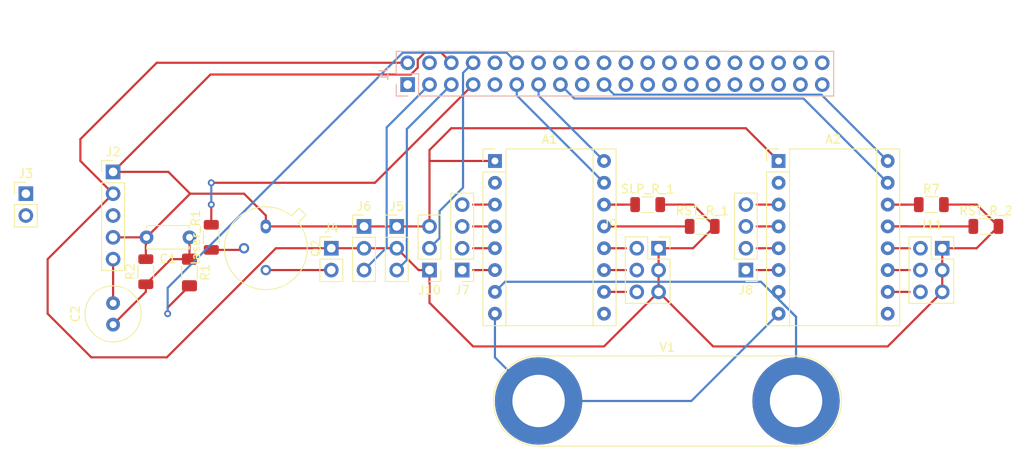
<source format=kicad_pcb>
(kicad_pcb (version 20211014) (generator pcbnew)
  (layers (0 "F.Cu" signal) (31 "B.Cu" signal) (34 "B.Paste" user) (35 "F.Paste" user) (36 "B.SilkS" user "B.Silkscreen") (37 "F.SilkS" user "F.Silkscreen") (38 "B.Mask" user) (39 "F.Mask" user) (44 "Edge.Cuts" user))
  (net 0 "")
  (net 1 "/GPIO17")
  (net 2 "/12V")
  (net 3 "/GPIO27")
  (net 4 "/12V_GND")
  (net 5 "Net-(A1-Pad14)")
  (net 6 "Net-(A1-Pad6)")
  (net 7 "Net-(A1-Pad13)")
  (net 8 "Net-(A1-Pad5)")
  (net 9 "Net-(A1-Pad12)")
  (net 10 "Net-(A1-Pad4)")
  (net 11 "Net-(A1-Pad11)")
  (net 12 "Net-(A1-Pad3)")
  (net 13 "Net-(A1-Pad10)")
  (net 14 "Net-(A1-Pad2)")
  (net 15 "Net-(A1-Pad9)")
  (net 16 "/5V_GND")
  (net 17 "/GPIO22")
  (net 18 "/GPIO10")
  (net 19 "Net-(A2-Pad14)")
  (net 20 "Net-(A2-Pad6)")
  (net 21 "Net-(A2-Pad13)")
  (net 22 "Net-(A2-Pad5)")
  (net 23 "Net-(A2-Pad12)")
  (net 24 "Net-(A2-Pad4)")
  (net 25 "Net-(A2-Pad11)")
  (net 26 "Net-(A2-Pad3)")
  (net 27 "Net-(A2-Pad10)")
  (net 28 "Net-(A2-Pad2)")
  (net 29 "Net-(A2-Pad9)")
  (net 30 "Net-(C1-Pad1)")
  (net 31 "Net-(C2-Pad2)")
  (net 32 "/GPIO21")
  (net 33 "Net-(J1-Pad39)")
  (net 34 "/GPIO20")
  (net 35 "/GPIO26")
  (net 36 "/GPIO16")
  (net 37 "/GPIO19")
  (net 38 "Net-(J1-Pad34)")
  (net 39 "/GPIO13")
  (net 40 "/GPIO12")
  (net 41 "/GPIO6")
  (net 42 "Net-(J1-Pad30)")
  (net 43 "/GPIO5")
  (net 44 "Net-(J1-Pad28)")
  (net 45 "Net-(J1-Pad27)")
  (net 46 "/GPIO7")
  (net 47 "Net-(J1-Pad25)")
  (net 48 "/GPIO8")
  (net 49 "/GPIO11")
  (net 50 "/GPIO25")
  (net 51 "/GPIO9")
  (net 52 "Net-(J1-Pad20)")
  (net 53 "/GPIO24")
  (net 54 "Net-(J1-Pad17)")
  (net 55 "/GPIO23")
  (net 56 "Net-(J1-Pad14)")
  (net 57 "/GPIO18")
  (net 58 "/GPIO15")
  (net 59 "Net-(J1-Pad9)")
  (net 60 "/GPIO14")
  (net 61 "/GPIO4")
  (net 62 "/GPIO3")
  (net 63 "Net-(J1-Pad4)")
  (net 64 "/GPIO2")
  (net 65 "/5V")
  (net 66 "Net-(J1-Pad1)")
  (net 67 "Net-(J2-Pad3)")
  (net 68 "Net-(J3-Pad2)")
  (net 69 "Net-(J3-Pad1)")
  (net 70 "Net-(J4-Pad2)")
  (net 71 "Net-(Q2-Pad2)")
  (footprint "Module:Pololu_Breakout-16_15.2x20.3mm" (layer "F.Cu") (at 148.59 88.9)
    (fp_text reference "A1" (at 6.35 -2.54) (layer "F.SilkS"))
    (fp_text value "stepper driver DRV8825 (1)")
    (fp_line (start 11.43 -1.4) (end 11.43 19.18) (layer "F.SilkS") (width 0.12))
    (fp_line (start -1.4 -1.4) (end -1.4 0) (layer "F.SilkS") (width 0.12))
    (fp_line (start 0 -1.4) (end -1.4 -1.4) (layer "F.SilkS") (width 0.12))
    (fp_line (start 1.27 1.27) (end -1.4 1.27) (layer "F.SilkS") (width 0.12))
    (fp_line (start -1.4 1.27) (end -1.4 19.18) (layer "F.SilkS") (width 0.12))
    (fp_line (start 1.27 -1.4) (end 1.27 1.27) (layer "F.SilkS") (width 0.12))
    (fp_line (start -1.4 19.18) (end 14.1 19.18) (layer "F.SilkS") (width 0.12))
    (fp_line (start 1.27 1.27) (end 1.27 19.18) (layer "F.SilkS") (width 0.12))
    (fp_line (start 14.1 19.18) (end 14.1 -1.4) (layer "F.SilkS") (width 0.12))
    (fp_line (start 14.1 -1.4) (end 1.27 -1.4) (layer "F.SilkS") (width 0.12))
    (pad "1" thru_hole rect locked (at 0 0) (size 1.6 1.6) (drill 0.8) (layers *.Cu *.Mask) (net 16 "/5V_GND"))
    (pad "2" thru_hole oval locked (at 0 2.54) (size 1.6 1.6) (drill 0.8) (layers *.Cu *.Mask) (net 14 "Net-(A1-Pad2)"))
    (pad "3" thru_hole oval locked (at 0 5.08) (size 1.6 1.6) (drill 0.8) (layers *.Cu *.Mask) (net 12 "Net-(A1-Pad3)"))
    (pad "4" thru_hole oval locked (at 0 7.62) (size 1.6 1.6) (drill 0.8) (layers *.Cu *.Mask) (net 10 "Net-(A1-Pad4)"))
    (pad "5" thru_hole oval locked (at 0 10.16) (size 1.6 1.6) (drill 0.8) (layers *.Cu *.Mask) (net 8 "Net-(A1-Pad5)"))
    (pad "6" thru_hole oval locked (at 0 12.7) (size 1.6 1.6) (drill 0.8) (layers *.Cu *.Mask) (net 6 "Net-(A1-Pad6)"))
    (pad "7" thru_hole oval locked (at 0 15.24) (size 1.6 1.6) (drill 0.8) (layers *.Cu *.Mask) (net 4 "/12V_GND"))
    (pad "8" thru_hole oval locked (at 0 17.78) (size 1.6 1.6) (drill 0.8) (layers *.Cu *.Mask) (net 2 "/12V"))
    (pad "9" thru_hole oval locked (at 12.7 17.78) (size 1.6 1.6) (drill 0.8) (layers *.Cu *.Mask) (net 15 "Net-(A1-Pad9)"))
    (pad "10" thru_hole oval locked (at 12.7 15.24) (size 1.6 1.6) (drill 0.8) (layers *.Cu *.Mask) (net 13 "Net-(A1-Pad10)"))
    (pad "11" thru_hole oval locked (at 12.7 12.7) (size 1.6 1.6) (drill 0.8) (layers *.Cu *.Mask) (net 11 "Net-(A1-Pad11)"))
    (pad "12" thru_hole oval locked (at 12.7 10.16) (size 1.6 1.6) (drill 0.8) (layers *.Cu *.Mask) (net 9 "Net-(A1-Pad12)"))
    (pad "13" thru_hole oval locked (at 12.7 7.62) (size 1.6 1.6) (drill 0.8) (layers *.Cu *.Mask) (net 7 "Net-(A1-Pad13)"))
    (pad "14" thru_hole oval locked (at 12.7 5.08) (size 1.6 1.6) (drill 0.8) (layers *.Cu *.Mask) (net 5 "Net-(A1-Pad14)"))
    (pad "15" thru_hole oval locked (at 12.7 2.54) (size 1.6 1.6) (drill 0.8) (layers *.Cu *.Mask) (net 1 "/GPIO17"))
    (pad "16" thru_hole oval locked (at 12.7 0) (size 1.6 1.6) (drill 0.8) (layers *.Cu *.Mask) (net 3 "/GPIO27"))
  )
  (footprint "Module:Pololu_Breakout-16_15.2x20.3mm" (layer "F.Cu") (at 181.61 88.9)
    (fp_text reference "A2" (at 6.35 -2.54) (layer "F.SilkS"))
    (fp_text value "stepper driver DRV8825 (2)")
    (fp_line (start 1.27 1.27) (end -1.4 1.27) (layer "F.SilkS") (width 0.12))
    (fp_line (start 0 -1.4) (end -1.4 -1.4) (layer "F.SilkS") (width 0.12))
    (fp_line (start 11.43 -1.4) (end 11.43 19.18) (layer "F.SilkS") (width 0.12))
    (fp_line (start -1.4 19.18) (end 14.1 19.18) (layer "F.SilkS") (width 0.12))
    (fp_line (start -1.4 -1.4) (end -1.4 0) (layer "F.SilkS") (width 0.12))
    (fp_line (start 14.1 -1.4) (end 1.27 -1.4) (layer "F.SilkS") (width 0.12))
    (fp_line (start 14.1 19.18) (end 14.1 -1.4) (layer "F.SilkS") (width 0.12))
    (fp_line (start -1.4 1.27) (end -1.4 19.18) (layer "F.SilkS") (width 0.12))
    (fp_line (start 1.27 -1.4) (end 1.27 1.27) (layer "F.SilkS") (width 0.12))
    (fp_line (start 1.27 1.27) (end 1.27 19.18) (layer "F.SilkS") (width 0.12))
    (pad "1" thru_hole rect locked (at 0 0) (size 1.6 1.6) (drill 0.8) (layers *.Cu *.Mask) (net 16 "/5V_GND"))
    (pad "2" thru_hole oval locked (at 0 2.54) (size 1.6 1.6) (drill 0.8) (layers *.Cu *.Mask) (net 28 "Net-(A2-Pad2)"))
    (pad "3" thru_hole oval locked (at 0 5.08) (size 1.6 1.6) (drill 0.8) (layers *.Cu *.Mask) (net 26 "Net-(A2-Pad3)"))
    (pad "4" thru_hole oval locked (at 0 7.62) (size 1.6 1.6) (drill 0.8) (layers *.Cu *.Mask) (net 24 "Net-(A2-Pad4)"))
    (pad "5" thru_hole oval locked (at 0 10.16) (size 1.6 1.6) (drill 0.8) (layers *.Cu *.Mask) (net 22 "Net-(A2-Pad5)"))
    (pad "6" thru_hole oval locked (at 0 12.7) (size 1.6 1.6) (drill 0.8) (layers *.Cu *.Mask) (net 20 "Net-(A2-Pad6)"))
    (pad "7" thru_hole oval locked (at 0 15.24) (size 1.6 1.6) (drill 0.8) (layers *.Cu *.Mask) (net 4 "/12V_GND"))
    (pad "8" thru_hole oval locked (at 0 17.78) (size 1.6 1.6) (drill 0.8) (layers *.Cu *.Mask) (net 2 "/12V"))
    (pad "9" thru_hole oval locked (at 12.7 17.78) (size 1.6 1.6) (drill 0.8) (layers *.Cu *.Mask) (net 29 "Net-(A2-Pad9)"))
    (pad "10" thru_hole oval locked (at 12.7 15.24) (size 1.6 1.6) (drill 0.8) (layers *.Cu *.Mask) (net 27 "Net-(A2-Pad10)"))
    (pad "11" thru_hole oval locked (at 12.7 12.7) (size 1.6 1.6) (drill 0.8) (layers *.Cu *.Mask) (net 25 "Net-(A2-Pad11)"))
    (pad "12" thru_hole oval locked (at 12.7 10.16) (size 1.6 1.6) (drill 0.8) (layers *.Cu *.Mask) (net 23 "Net-(A2-Pad12)"))
    (pad "13" thru_hole oval locked (at 12.7 7.62) (size 1.6 1.6) (drill 0.8) (layers *.Cu *.Mask) (net 21 "Net-(A2-Pad13)"))
    (pad "14" thru_hole oval locked (at 12.7 5.08) (size 1.6 1.6) (drill 0.8) (layers *.Cu *.Mask) (net 19 "Net-(A2-Pad14)"))
    (pad "15" thru_hole oval locked (at 12.7 2.54) (size 1.6 1.6) (drill 0.8) (layers *.Cu *.Mask) (net 17 "/GPIO22"))
    (pad "16" thru_hole oval locked (at 12.7 0) (size 1.6 1.6) (drill 0.8) (layers *.Cu *.Mask) (net 18 "/GPIO10"))
  )
  (footprint "Capacitor_THT:C_Disc_D4.7mm_W2.5mm_P5.00mm" (layer "F.Cu") (at 113.03 97.79 180)
    (fp_text reference "C1" (at 2.5 -2.5) (layer "F.SilkS"))
    (fp_text value "C")
    (fp_line (start 0.03 1.37) (end 4.97 1.37) (layer "F.SilkS") (width 0.12))
    (fp_line (start 4.97 -1.37) (end 4.97 -1.055) (layer "F.SilkS") (width 0.12))
    (fp_line (start 0.03 -1.37) (end 0.03 -1.055) (layer "F.SilkS") (width 0.12))
    (fp_line (start 0.03 1.055) (end 0.03 1.37) (layer "F.SilkS") (width 0.12))
    (fp_line (start 4.97 1.055) (end 4.97 1.37) (layer "F.SilkS") (width 0.12))
    (fp_line (start 0.03 -1.37) (end 4.97 -1.37) (layer "F.SilkS") (width 0.12))
    (pad "1" thru_hole circle locked (at 0 0 180) (size 1.6 1.6) (drill 0.8) (layers *.Cu *.Mask) (net 30 "Net-(C1-Pad1)"))
    (pad "2" thru_hole circle locked (at 5 0 180) (size 1.6 1.6) (drill 0.8) (layers *.Cu *.Mask) (net 16 "/5V_GND"))
  )
  (footprint "Capacitor_THT:C_Radial_D6.3mm_H5.0mm_P2.50mm" (layer "F.Cu") (at 104.14 107.95 90)
    (fp_text reference "C2" (at 1.25 -4.4 90) (layer "F.SilkS"))
    (fp_text value "CP")
    (fp_circle (center 1.25 0) (end 4.52 0) (layer "F.SilkS") (width 0.12) (fill none))
    (pad "1" thru_hole circle locked (at 0 0 90) (size 1.6 1.6) (drill 0.8) (layers *.Cu *.Mask) (net 30 "Net-(C1-Pad1)"))
    (pad "2" thru_hole circle locked (at 2.5 0 90) (size 1.6 1.6) (drill 0.8) (layers *.Cu *.Mask) (net 31 "Net-(C2-Pad2)"))
  )
  (footprint "Connector_PinHeader_2.54mm:PinHeader_1x05_P2.54mm_Vertical" (layer "F.Cu") (at 104.14 90.17)
    (fp_text reference "J2" (at 0 -2.33) (layer "F.SilkS"))
    (fp_text value "speaker connector")
    (fp_line (start -1.33 1.27) (end 1.33 1.27) (layer "F.SilkS") (width 0.12))
    (fp_line (start 1.33 1.27) (end 1.33 11.49) (layer "F.SilkS") (width 0.12))
    (fp_line (start -1.33 -1.33) (end 0 -1.33) (layer "F.SilkS") (width 0.12))
    (fp_line (start -1.33 11.49) (end 1.33 11.49) (layer "F.SilkS") (width 0.12))
    (fp_line (start -1.33 0) (end -1.33 -1.33) (layer "F.SilkS") (width 0.12))
    (fp_line (start -1.33 1.27) (end -1.33 11.49) (layer "F.SilkS") (width 0.12))
    (pad "1" thru_hole rect locked (at 0 0) (size 1.7 1.7) (drill 1) (layers *.Cu *.Mask) (net 16 "/5V_GND"))
    (pad "2" thru_hole oval locked (at 0 2.54) (size 1.7 1.7) (drill 1) (layers *.Cu *.Mask) (net 65 "/5V"))
    (pad "3" thru_hole oval locked (at 0 5.08) (size 1.7 1.7) (drill 1) (layers *.Cu *.Mask) (net 67 "Net-(J2-Pad3)"))
    (pad "4" thru_hole oval locked (at 0 7.62) (size 1.7 1.7) (drill 1) (layers *.Cu *.Mask) (net 16 "/5V_GND"))
    (pad "5" thru_hole oval locked (at 0 10.16) (size 1.7 1.7) (drill 1) (layers *.Cu *.Mask) (net 31 "Net-(C2-Pad2)"))
  )
  (footprint "Connector_PinHeader_2.54mm:PinHeader_1x02_P2.54mm_Vertical" (layer "F.Cu") (at 93.98 92.71)
    (fp_text reference "J3" (at 0 -2.33) (layer "F.SilkS"))
    (fp_text value "speaker")
    (fp_line (start 1.33 1.27) (end 1.33 3.87) (layer "F.SilkS") (width 0.12))
    (fp_line (start -1.33 1.27) (end -1.33 3.87) (layer "F.SilkS") (width 0.12))
    (fp_line (start -1.33 3.87) (end 1.33 3.87) (layer "F.SilkS") (width 0.12))
    (fp_line (start -1.33 0) (end -1.33 -1.33) (layer "F.SilkS") (width 0.12))
    (fp_line (start -1.33 1.27) (end 1.33 1.27) (layer "F.SilkS") (width 0.12))
    (fp_line (start -1.33 -1.33) (end 0 -1.33) (layer "F.SilkS") (width 0.12))
    (pad "1" thru_hole rect locked (at 0 0) (size 1.7 1.7) (drill 1) (layers *.Cu *.Mask) (net 69 "Net-(J3-Pad1)"))
    (pad "2" thru_hole oval locked (at 0 2.54) (size 1.7 1.7) (drill 1) (layers *.Cu *.Mask) (net 68 "Net-(J3-Pad2)"))
  )
  (footprint "Connector_PinHeader_2.54mm:PinHeader_1x02_P2.54mm_Vertical" (layer "F.Cu") (at 129.54 99.06)
    (fp_text reference "J4" (at 0 -2.33) (layer "F.SilkS"))
    (fp_text value "laser connector")
    (fp_line (start -1.33 -1.33) (end 0 -1.33) (layer "F.SilkS") (width 0.12))
    (fp_line (start -1.33 1.27) (end 1.33 1.27) (layer "F.SilkS") (width 0.12))
    (fp_line (start -1.33 3.87) (end 1.33 3.87) (layer "F.SilkS") (width 0.12))
    (fp_line (start -1.33 1.27) (end -1.33 3.87) (layer "F.SilkS") (width 0.12))
    (fp_line (start 1.33 1.27) (end 1.33 3.87) (layer "F.SilkS") (width 0.12))
    (fp_line (start -1.33 0) (end -1.33 -1.33) (layer "F.SilkS") (width 0.12))
    (pad "1" thru_hole rect locked (at 0 0) (size 1.7 1.7) (drill 1) (layers *.Cu *.Mask) (net 65 "/5V"))
    (pad "2" thru_hole oval locked (at 0 2.54) (size 1.7 1.7) (drill 1) (layers *.Cu *.Mask) (net 70 "Net-(J4-Pad2)"))
  )
  (footprint "Connector_PinHeader_2.54mm:PinHeader_1x03_P2.54mm_Vertical" (layer "F.Cu") (at 137.16 96.52)
    (fp_text reference "J5" (at 0 -2.33) (layer "F.SilkS"))
    (fp_text value "horizontal servo connector")
    (fp_line (start 1.33 1.27) (end 1.33 6.41) (layer "F.SilkS") (width 0.12))
    (fp_line (start -1.33 0) (end -1.33 -1.33) (layer "F.SilkS") (width 0.12))
    (fp_line (start -1.33 6.41) (end 1.33 6.41) (layer "F.SilkS") (width 0.12))
    (fp_line (start -1.33 1.27) (end -1.33 6.41) (layer "F.SilkS") (width 0.12))
    (fp_line (start -1.33 1.27) (end 1.33 1.27) (layer "F.SilkS") (width 0.12))
    (fp_line (start -1.33 -1.33) (end 0 -1.33) (layer "F.SilkS") (width 0.12))
    (pad "1" thru_hole rect locked (at 0 0) (size 1.7 1.7) (drill 1) (layers *.Cu *.Mask) (net 16 "/5V_GND"))
    (pad "2" thru_hole oval locked (at 0 2.54) (size 1.7 1.7) (drill 1) (layers *.Cu *.Mask) (net 65 "/5V"))
    (pad "3" thru_hole oval locked (at 0 5.08) (size 1.7 1.7) (drill 1) (layers *.Cu *.Mask) (net 62 "/GPIO3"))
  )
  (footprint "Connector_PinHeader_2.54mm:PinHeader_1x03_P2.54mm_Vertical" (layer "F.Cu") (at 133.35 96.52)
    (fp_text reference "J6" (at 0 -2.33) (layer "F.SilkS"))
    (fp_text value "vertical servo connector")
    (fp_line (start -1.33 -1.33) (end 0 -1.33) (layer "F.SilkS") (width 0.12))
    (fp_line (start -1.33 1.27) (end -1.33 6.41) (layer "F.SilkS") (width 0.12))
    (fp_line (start -1.33 6.41) (end 1.33 6.41) (layer "F.SilkS") (width 0.12))
    (fp_line (start 1.33 1.27) (end 1.33 6.41) (layer "F.SilkS") (width 0.12))
    (fp_line (start -1.33 1.27) (end 1.33 1.27) (layer "F.SilkS") (width 0.12))
    (fp_line (start -1.33 0) (end -1.33 -1.33) (layer "F.SilkS") (width 0.12))
    (pad "1" thru_hole rect locked (at 0 0) (size 1.7 1.7) (drill 1) (layers *.Cu *.Mask) (net 16 "/5V_GND"))
    (pad "2" thru_hole oval locked (at 0 2.54) (size 1.7 1.7) (drill 1) (layers *.Cu *.Mask) (net 65 "/5V"))
    (pad "3" thru_hole oval locked (at 0 5.08) (size 1.7 1.7) (drill 1) (layers *.Cu *.Mask) (net 64 "/GPIO2"))
  )
  (footprint "Connector_PinHeader_2.54mm:PinHeader_1x04_P2.54mm_Vertical" (layer "F.Cu") (at 144.78 101.6 180)
    (fp_text reference "J7" (at 0 -2.33) (layer "F.SilkS"))
    (fp_text value "stepper motor connector (1)")
    (fp_line (start -1.33 8.95) (end 1.33 8.95) (layer "F.SilkS") (width 0.12))
    (fp_line (start -1.33 -1.33) (end 0 -1.33) (layer "F.SilkS") (width 0.12))
    (fp_line (start -1.33 1.27) (end -1.33 8.95) (layer "F.SilkS") (width 0.12))
    (fp_line (start 1.33 1.27) (end 1.33 8.95) (layer "F.SilkS") (width 0.12))
    (fp_line (start -1.33 1.27) (end 1.33 1.27) (layer "F.SilkS") (width 0.12))
    (fp_line (start -1.33 0) (end -1.33 -1.33) (layer "F.SilkS") (width 0.12))
    (pad "1" thru_hole rect locked (at 0 0 180) (size 1.7 1.7) (drill 1) (layers *.Cu *.Mask) (net 6 "Net-(A1-Pad6)"))
    (pad "2" thru_hole oval locked (at 0 2.54 180) (size 1.7 1.7) (drill 1) (layers *.Cu *.Mask) (net 8 "Net-(A1-Pad5)"))
    (pad "3" thru_hole oval locked (at 0 5.08 180) (size 1.7 1.7) (drill 1) (layers *.Cu *.Mask) (net 10 "Net-(A1-Pad4)"))
    (pad "4" thru_hole oval locked (at 0 7.62 180) (size 1.7 1.7) (drill 1) (layers *.Cu *.Mask) (net 12 "Net-(A1-Pad3)"))
  )
  (footprint "Connector_PinHeader_2.54mm:PinHeader_1x04_P2.54mm_Vertical" (layer "F.Cu") (at 177.8 101.6 180)
    (fp_text reference "J8" (at 0 -2.33) (layer "F.SilkS"))
    (fp_text value "stepper motor connector (2)")
    (fp_line (start 1.33 1.27) (end 1.33 8.95) (layer "F.SilkS") (width 0.12))
    (fp_line (start -1.33 8.95) (end 1.33 8.95) (layer "F.SilkS") (width 0.12))
    (fp_line (start -1.33 0) (end -1.33 -1.33) (layer "F.SilkS") (width 0.12))
    (fp_line (start -1.33 1.27) (end -1.33 8.95) (layer "F.SilkS") (width 0.12))
    (fp_line (start -1.33 -1.33) (end 0 -1.33) (layer "F.SilkS") (width 0.12))
    (fp_line (start -1.33 1.27) (end 1.33 1.27) (layer "F.SilkS") (width 0.12))
    (pad "1" thru_hole rect locked (at 0 0 180) (size 1.7 1.7) (drill 1) (layers *.Cu *.Mask) (net 20 "Net-(A2-Pad6)"))
    (pad "2" thru_hole oval locked (at 0 2.54 180) (size 1.7 1.7) (drill 1) (layers *.Cu *.Mask) (net 22 "Net-(A2-Pad5)"))
    (pad "3" thru_hole oval locked (at 0 5.08 180) (size 1.7 1.7) (drill 1) (layers *.Cu *.Mask) (net 24 "Net-(A2-Pad4)"))
    (pad "4" thru_hole oval locked (at 0 7.62 180) (size 1.7 1.7) (drill 1) (layers *.Cu *.Mask) (net 26 "Net-(A2-Pad3)"))
  )
  (footprint "Connector_PinSocket_2.54mm:PinSocket_2x03_P2.54mm_Vertical" (layer "F.Cu") (at 167.64 99.06)
    (fp_text reference "J9" (at -5.65 -2.77) (layer "F.SilkS"))
    (fp_text value "stepper driver M jumper (1)")
    (fp_line (start 1.33 -1.33) (end 1.33 0) (layer "F.SilkS") (width 0.12))
    (fp_line (start -3.87 -1.33) (end -3.87 6.41) (layer "F.SilkS") (width 0.12))
    (fp_line (start -1.27 1.27) (end 1.33 1.27) (layer "F.SilkS") (width 0.12))
    (fp_line (start 1.33 1.27) (end 1.33 6.41) (layer "F.SilkS") (width 0.12))
    (fp_line (start 0 -1.33) (end 1.33 -1.33) (layer "F.SilkS") (width 0.12))
    (fp_line (start -3.87 6.41) (end 1.33 6.41) (layer "F.SilkS") (width 0.12))
    (fp_line (start -3.87 -1.33) (end -1.27 -1.33) (layer "F.SilkS") (width 0.12))
    (fp_line (start -1.27 -1.33) (end -1.27 1.27) (layer "F.SilkS") (width 0.12))
    (pad "1" thru_hole rect locked (at 0 0) (size 1.7 1.7) (drill 1) (layers *.Cu *.Mask) (net 65 "/5V"))
    (pad "2" thru_hole oval locked (at -2.54 0) (size 1.7 1.7) (drill 1) (layers *.Cu *.Mask) (net 9 "Net-(A1-Pad12)"))
    (pad "3" thru_hole oval locked (at 0 2.54) (size 1.7 1.7) (drill 1) (layers *.Cu *.Mask) (net 65 "/5V"))
    (pad "4" thru_hole oval locked (at -2.54 2.54) (size 1.7 1.7) (drill 1) (layers *.Cu *.Mask) (net 11 "Net-(A1-Pad11)"))
    (pad "5" thru_hole oval locked (at 0 5.08) (size 1.7 1.7) (drill 1) (layers *.Cu *.Mask) (net 65 "/5V"))
    (pad "6" thru_hole oval locked (at -2.54 5.08) (size 1.7 1.7) (drill 1) (layers *.Cu *.Mask) (net 13 "Net-(A1-Pad10)"))
  )
  (footprint "Connector_PinHeader_2.54mm:PinHeader_1x03_P2.54mm_Vertical" (layer "F.Cu") (at 140.97 101.6 180)
    (fp_text reference "J10" (at 0 -2.33) (layer "F.SilkS"))
    (fp_text value "motion detector connector")
    (fp_line (start -1.33 1.27) (end -1.33 6.41) (layer "F.SilkS") (width 0.12))
    (fp_line (start -1.33 0) (end -1.33 -1.33) (layer "F.SilkS") (width 0.12))
    (fp_line (start -1.33 6.41) (end 1.33 6.41) (layer "F.SilkS") (width 0.12))
    (fp_line (start 1.33 1.27) (end 1.33 6.41) (layer "F.SilkS") (width 0.12))
    (fp_line (start -1.33 1.27) (end 1.33 1.27) (layer "F.SilkS") (width 0.12))
    (fp_line (start -1.33 -1.33) (end 0 -1.33) (layer "F.SilkS") (width 0.12))
    (pad "1" thru_hole rect locked (at 0 0 180) (size 1.7 1.7) (drill 1) (layers *.Cu *.Mask) (net 65 "/5V"))
    (pad "2" thru_hole oval locked (at 0 2.54 180) (size 1.7 1.7) (drill 1) (layers *.Cu *.Mask) (net 60 "/GPIO14"))
    (pad "3" thru_hole oval locked (at 0 5.08 180) (size 1.7 1.7) (drill 1) (layers *.Cu *.Mask) (net 16 "/5V_GND"))
  )
  (footprint "Connector_PinSocket_2.54mm:PinSocket_2x03_P2.54mm_Vertical" (layer "F.Cu") (at 200.66 99.06)
    (fp_text reference "J11" (at -1.27 -2.77) (layer "F.SilkS"))
    (fp_text value "stepper driver M jumper (2)")
    (fp_line (start -3.87 -1.33) (end -3.87 6.41) (layer "F.SilkS") (width 0.12))
    (fp_line (start -3.87 -1.33) (end -1.27 -1.33) (layer "F.SilkS") (width 0.12))
    (fp_line (start -1.27 1.27) (end 1.33 1.27) (layer "F.SilkS") (width 0.12))
    (fp_line (start 0 -1.33) (end 1.33 -1.33) (layer "F.SilkS") (width 0.12))
    (fp_line (start -3.87 6.41) (end 1.33 6.41) (layer "F.SilkS") (width 0.12))
    (fp_line (start 1.33 -1.33) (end 1.33 0) (layer "F.SilkS") (width 0.12))
    (fp_line (start -1.27 -1.33) (end -1.27 1.27) (layer "F.SilkS") (width 0.12))
    (fp_line (start 1.33 1.27) (end 1.33 6.41) (layer "F.SilkS") (width 0.12))
    (pad "1" thru_hole rect locked (at 0 0) (size 1.7 1.7) (drill 1) (layers *.Cu *.Mask) (net 65 "/5V"))
    (pad "2" thru_hole oval locked (at -2.54 0) (size 1.7 1.7) (drill 1) (layers *.Cu *.Mask) (net 23 "Net-(A2-Pad12)"))
    (pad "3" thru_hole oval locked (at 0 2.54) (size 1.7 1.7) (drill 1) (layers *.Cu *.Mask) (net 65 "/5V"))
    (pad "4" thru_hole oval locked (at -2.54 2.54) (size 1.7 1.7) (drill 1) (layers *.Cu *.Mask) (net 25 "Net-(A2-Pad11)"))
    (pad "5" thru_hole oval locked (at 0 5.08) (size 1.7 1.7) (drill 1) (layers *.Cu *.Mask) (net 65 "/5V"))
    (pad "6" thru_hole oval locked (at -2.54 5.08) (size 1.7 1.7) (drill 1) (layers *.Cu *.Mask) (net 27 "Net-(A2-Pad10)"))
  )
  (footprint "Package_TO_SOT_THT:TO-39-3" (layer "F.Cu") (at 121.92 96.52 -90)
    (fp_text reference "Q2" (at 2.54 -5.82 90) (layer "F.SilkS"))
    (fp_text value "laser transistor")
    (fp_line (start -1.348039 -4.665856) (end -2.125856 -3.888039) (layer "F.SilkS") (width 0.12))
    (fp_line (start -2.125856 -3.888039) (end -1.234902 -2.997084) (layer "F.SilkS") (width 0.12))
    (fp_line (start -0.457084 -3.774902) (end -1.348039 -4.665856) (layer "F.SilkS") (width 0.12))
    (fp_arc (start -0.457084 -3.774902) (mid 5.948125 3.408384) (end -1.234674 -2.997371) (layer "F.SilkS") (width 0.12))
    (pad "1" thru_hole oval locked (at 0 0 270) (size 1.6 1.2) (drill 0.7) (layers *.Cu *.Mask) (net 16 "/5V_GND"))
    (pad "2" thru_hole oval locked (at 2.54 2.54 270) (size 1.2 1.2) (drill 0.7) (layers *.Cu *.Mask) (net 71 "Net-(Q2-Pad2)"))
    (pad "3" thru_hole oval locked (at 5.08 0 270) (size 1.2 1.2) (drill 0.7) (layers *.Cu *.Mask) (net 70 "Net-(J4-Pad2)"))
  )
  (footprint "Resistor_SMD:R_1206_3216Metric_Pad1.30x1.75mm_HandSolder" (layer "F.Cu") (at 113.03 101.88 -90)
    (fp_text reference "R1" (at 0 -1.82 90) (layer "F.SilkS"))
    (fp_text value "R")
    (fp_line (start -0.727064 -0.91) (end 0.727064 -0.91) (layer "F.SilkS") (width 0.12))
    (fp_line (start -0.727064 0.91) (end 0.727064 0.91) (layer "F.SilkS") (width 0.12))
    (pad "1" smd roundrect locked (at -1.55 0 270) (size 1.3 1.75) (layers "F.Cu" "F.Paste" "F.Mask") (roundrect_rratio 0.192308) (net 30 "Net-(C1-Pad1)"))
    (pad "2" smd roundrect locked (at 1.55 0 270) (size 1.3 1.75) (layers "F.Cu" "F.Paste" "F.Mask") (roundrect_rratio 0.192308) (net 57 "/GPIO18"))
  )
  (footprint "Resistor_SMD:R_1206_3216Metric" (layer "F.Cu") (at 107.95 101.7925 90)
    (fp_text reference "R2" (at 0 -1.82 90) (layer "F.SilkS"))
    (fp_text value "R")
    (fp_line (start -0.727064 0.91) (end 0.727064 0.91) (layer "F.SilkS") (width 0.12))
    (fp_line (start -0.727064 -0.91) (end 0.727064 -0.91) (layer "F.SilkS") (width 0.12))
    (pad "1" smd roundrect locked (at -1.4625 0 90) (size 1.125 1.75) (layers "F.Cu" "F.Paste" "F.Mask") (roundrect_rratio 0.222222) (net 30 "Net-(C1-Pad1)"))
    (pad "2" smd roundrect locked (at 1.4625 0 90) (size 1.125 1.75) (layers "F.Cu" "F.Paste" "F.Mask") (roundrect_rratio 0.222222) (net 16 "/5V_GND"))
  )
  (footprint "Resistor_SMD:R_1206_3216Metric" (layer "F.Cu") (at 172.72 96.52)
    (fp_text reference "RST_R_1" (at 0 -1.82) (layer "F.SilkS"))
    (fp_text value "R")
    (fp_line (start -0.727064 0.91) (end 0.727064 0.91) (layer "F.SilkS") (width 0.12))
    (fp_line (start -0.727064 -0.91) (end 0.727064 -0.91) (layer "F.SilkS") (width 0.12))
    (pad "1" smd roundrect locked (at -1.4625 0) (size 1.125 1.75) (layers "F.Cu" "F.Paste" "F.Mask") (roundrect_rratio 0.222222) (net 7 "Net-(A1-Pad13)"))
    (pad "2" smd roundrect locked (at 1.4625 0) (size 1.125 1.75) (layers "F.Cu" "F.Paste" "F.Mask") (roundrect_rratio 0.222222) (net 65 "/5V"))
  )
  (footprint "Resistor_SMD:R_1206_3216Metric" (layer "F.Cu") (at 166.37 93.98)
    (fp_text reference "SLP_R_1" (at 0 -1.82) (layer "F.SilkS"))
    (fp_text value "R")
    (fp_line (start -0.727064 -0.91) (end 0.727064 -0.91) (layer "F.SilkS") (width 0.12))
    (fp_line (start -0.727064 0.91) (end 0.727064 0.91) (layer "F.SilkS") (width 0.12))
    (pad "1" smd roundrect locked (at -1.4625 0) (size 1.125 1.75) (layers "F.Cu" "F.Paste" "F.Mask") (roundrect_rratio 0.222222) (net 5 "Net-(A1-Pad14)"))
    (pad "2" smd roundrect locked (at 1.4625 0) (size 1.125 1.75) (layers "F.Cu" "F.Paste" "F.Mask") (roundrect_rratio 0.222222) (net 65 "/5V"))
  )
  (footprint "Resistor_SMD:R_1206_3216Metric" (layer "F.Cu") (at 205.74 96.52)
    (fp_text reference "RST_R_2" (at 0 -1.82) (layer "F.SilkS"))
    (fp_text value "R")
    (fp_line (start -0.727064 -0.91) (end 0.727064 -0.91) (layer "F.SilkS") (width 0.12))
    (fp_line (start -0.727064 0.91) (end 0.727064 0.91) (layer "F.SilkS") (width 0.12))
    (pad "1" smd roundrect locked (at -1.4625 0) (size 1.125 1.75) (layers "F.Cu" "F.Paste" "F.Mask") (roundrect_rratio 0.222222) (net 21 "Net-(A2-Pad13)"))
    (pad "2" smd roundrect locked (at 1.4625 0) (size 1.125 1.75) (layers "F.Cu" "F.Paste" "F.Mask") (roundrect_rratio 0.222222) (net 65 "/5V"))
  )
  (footprint "Resistor_SMD:R_1206_3216Metric" (layer "F.Cu") (at 115.57 97.79 90)
    (fp_text reference "laser_R1" (at 0 -1.82 90) (layer "F.SilkS"))
    (fp_text value "R")
    (fp_line (start -0.727064 -0.91) (end 0.727064 -0.91) (layer "F.SilkS") (width 0.12))
    (fp_line (start -0.727064 0.91) (end 0.727064 0.91) (layer "F.SilkS") (width 0.12))
    (pad "1" smd roundrect locked (at -1.4625 0 90) (size 1.125 1.75) (layers "F.Cu" "F.Paste" "F.Mask") (roundrect_rratio 0.222222) (net 71 "Net-(Q2-Pad2)"))
    (pad "2" smd roundrect locked (at 1.4625 0 90) (size 1.125 1.75) (layers "F.Cu" "F.Paste" "F.Mask") (roundrect_rratio 0.222222) (net 61 "/GPIO4"))
  )
  (footprint "Resistor_SMD:R_1206_3216Metric" (layer "F.Cu") (at 199.39 93.98)
    (fp_text reference "R7" (at 0 -1.82) (layer "F.SilkS"))
    (fp_text value "SLP_R_2")
    (fp_line (start -0.727064 -0.91) (end 0.727064 -0.91) (layer "F.SilkS") (width 0.12))
    (fp_line (start -0.727064 0.91) (end 0.727064 0.91) (layer "F.SilkS") (width 0.12))
    (pad "1" smd roundrect locked (at -1.4625 0) (size 1.125 1.75) (layers "F.Cu" "F.Paste" "F.Mask") (roundrect_rratio 0.222222) (net 19 "Net-(A2-Pad14)"))
    (pad "2" smd roundrect locked (at 1.4625 0) (size 1.125 1.75) (layers "F.Cu" "F.Paste" "F.Mask") (roundrect_rratio 0.222222) (net 65 "/5V"))
  )
  (footprint "Connector:Banana_Jack_2Pin" (layer "F.Cu") (at 153.67 116.84)
    (fp_text reference "V1" (at 14.985 -6.24) (layer "F.SilkS"))
    (fp_text value "VDC")
    (fp_line (start 30 -5.25) (end 0 -5.25) (layer "F.SilkS") (width 0.12))
    (fp_line (start 0 5.25) (end 30 5.25) (layer "F.SilkS") (width 0.12))
    (fp_arc (start 30 -5.25) (mid 35.25 0) (end 30 5.25) (layer "F.SilkS") (width 0.12))
    (fp_arc (start 0 5.25) (mid -5.25 0) (end 0 -5.25) (layer "F.SilkS") (width 0.12))
    (pad "1" thru_hole circle locked (at 0 0) (size 10.16 10.16) (drill 6.1) (layers *.Cu *.Mask) (net 2 "/12V"))
    (pad "2" thru_hole circle locked (at 29.97 0) (size 10.16 10.16) (drill 6.1) (layers *.Cu *.Mask) (net 4 "/12V_GND"))
  )
  (footprint "Connector_PinSocket_2.54mm:PinSocket_2x20_P2.54mm_Vertical" (layer "B.Cu") (at 138.43 80.01 -90)
    (fp_text reference "J1" (at -1.27 2.77 -90) (layer "B.SilkS") (effects (justify mirror)))
    (fp_text value "Conn_02x20_Odd_Even")
    (fp_line (start -3.87 1.33) (end -3.87 -49.59) (layer "B.SilkS") (width 0.12))
    (fp_line (start -1.27 -1.27) (end 1.33 -1.27) (layer "B.SilkS") (width 0.12))
    (fp_line (start 1.33 1.33) (end 1.33 0) (layer "B.SilkS") (width 0.12))
    (fp_line (start -3.87 1.33) (end -1.27 1.33) (layer "B.SilkS") (width 0.12))
    (fp_line (start -3.87 -49.59) (end 1.33 -49.59) (layer "B.SilkS") (width 0.12))
    (fp_line (start 0 1.33) (end 1.33 1.33) (layer "B.SilkS") (width 0.12))
    (fp_line (start -1.27 1.33) (end -1.27 -1.27) (layer "B.SilkS") (width 0.12))
    (fp_line (start 1.33 -1.27) (end 1.33 -49.59) (layer "B.SilkS") (width 0.12))
    (pad "1" thru_hole rect locked (at 0 0 270) (size 1.7 1.7) (drill 1) (layers *.Cu *.Mask) (net 66 "Net-(J1-Pad1)"))
    (pad "2" thru_hole oval locked (at -2.54 0 270) (size 1.7 1.7) (drill 1) (layers *.Cu *.Mask) (net 65 "/5V"))
    (pad "3" thru_hole oval locked (at 0 -2.54 270) (size 1.7 1.7) (drill 1) (layers *.Cu *.Mask) (net 64 "/GPIO2"))
    (pad "4" thru_hole oval locked (at -2.54 -2.54 270) (size 1.7 1.7) (drill 1) (layers *.Cu *.Mask) (net 63 "Net-(J1-Pad4)"))
    (pad "5" thru_hole oval locked (at 0 -5.08 270) (size 1.7 1.7) (drill 1) (layers *.Cu *.Mask) (net 62 "/GPIO3"))
    (pad "6" thru_hole oval locked (at -2.54 -5.08 270) (size 1.7 1.7) (drill 1) (layers *.Cu *.Mask) (net 16 "/5V_GND"))
    (pad "7" thru_hole oval locked (at 0 -7.62 270) (size 1.7 1.7) (drill 1) (layers *.Cu *.Mask) (net 61 "/GPIO4"))
    (pad "8" thru_hole oval locked (at -2.54 -7.62 270) (size 1.7 1.7) (drill 1) (layers *.Cu *.Mask) (net 60 "/GPIO14"))
    (pad "9" thru_hole oval locked (at 0 -10.16 270) (size 1.7 1.7) (drill 1) (layers *.Cu *.Mask) (net 59 "Net-(J1-Pad9)"))
    (pad "10" thru_hole oval locked (at -2.54 -10.16 270) (size 1.7 1.7) (drill 1) (layers *.Cu *.Mask) (net 58 "/GPIO15"))
    (pad "11" thru_hole oval locked (at 0 -12.7 270) (size 1.7 1.7) (drill 1) (layers *.Cu *.Mask) (net 1 "/GPIO17"))
    (pad "12" thru_hole oval locked (at -2.54 -12.7 270) (size 1.7 1.7) (drill 1) (layers *.Cu *.Mask) (net 57 "/GPIO18"))
    (pad "13" thru_hole oval locked (at 0 -15.24 270) (size 1.7 1.7) (drill 1) (layers *.Cu *.Mask) (net 3 "/GPIO27"))
    (pad "14" thru_hole oval locked (at -2.54 -15.24 270) (size 1.7 1.7) (drill 1) (layers *.Cu *.Mask) (net 56 "Net-(J1-Pad14)"))
    (pad "15" thru_hole oval locked (at 0 -17.78 270) (size 1.7 1.7) (drill 1) (layers *.Cu *.Mask) (net 17 "/GPIO22"))
    (pad "16" thru_hole oval locked (at -2.54 -17.78 270) (size 1.7 1.7) (drill 1) (layers *.Cu *.Mask) (net 55 "/GPIO23"))
    (pad "17" thru_hole oval locked (at 0 -20.32 270) (size 1.7 1.7) (drill 1) (layers *.Cu *.Mask) (net 54 "Net-(J1-Pad17)"))
    (pad "18" thru_hole oval locked (at -2.54 -20.32 270) (size 1.7 1.7) (drill 1) (layers *.Cu *.Mask) (net 53 "/GPIO24"))
    (pad "19" thru_hole oval locked (at 0 -22.86 270) (size 1.7 1.7) (drill 1) (layers *.Cu *.Mask) (net 18 "/GPIO10"))
    (pad "20" thru_hole oval locked (at -2.54 -22.86 270) (size 1.7 1.7) (drill 1) (layers *.Cu *.Mask) (net 52 "Net-(J1-Pad20)"))
    (pad "21" thru_hole oval locked (at 0 -25.4 270) (size 1.7 1.7) (drill 1) (layers *.Cu *.Mask) (net 51 "/GPIO9"))
    (pad "22" thru_hole oval locked (at -2.54 -25.4 270) (size 1.7 1.7) (drill 1) (layers *.Cu *.Mask) (net 50 "/GPIO25"))
    (pad "23" thru_hole oval locked (at 0 -27.94 270) (size 1.7 1.7) (drill 1) (layers *.Cu *.Mask) (net 49 "/GPIO11"))
    (pad "24" thru_hole oval locked (at -2.54 -27.94 270) (size 1.7 1.7) (drill 1) (layers *.Cu *.Mask) (net 48 "/GPIO8"))
    (pad "25" thru_hole oval locked (at 0 -30.48 270) (size 1.7 1.7) (drill 1) (layers *.Cu *.Mask) (net 47 "Net-(J1-Pad25)"))
    (pad "26" thru_hole oval locked (at -2.54 -30.48 270) (size 1.7 1.7) (drill 1) (layers *.Cu *.Mask) (net 46 "/GPIO7"))
    (pad "27" thru_hole oval locked (at 0 -33.02 270) (size 1.7 1.7) (drill 1) (layers *.Cu *.Mask) (net 45 "Net-(J1-Pad27)"))
    (pad "28" thru_hole oval locked (at -2.54 -33.02 270) (size 1.7 1.7) (drill 1) (layers *.Cu *.Mask) (net 44 "Net-(J1-Pad28)"))
    (pad "29" thru_hole oval locked (at 0 -35.56 270) (size 1.7 1.7) (drill 1) (layers *.Cu *.Mask) (net 43 "/GPIO5"))
    (pad "30" thru_hole oval locked (at -2.54 -35.56 270) (size 1.7 1.7) (drill 1) (layers *.Cu *.Mask) (net 42 "Net-(J1-Pad30)"))
    (pad "31" thru_hole oval locked (at 0 -38.1 270) (size 1.7 1.7) (drill 1) (layers *.Cu *.Mask) (net 41 "/GPIO6"))
    (pad "32" thru_hole oval locked (at -2.54 -38.1 270) (size 1.7 1.7) (drill 1) (layers *.Cu *.Mask) (net 40 "/GPIO12"))
    (pad "33" thru_hole oval locked (at 0 -40.64 270) (size 1.7 1.7) (drill 1) (layers *.Cu *.Mask) (net 39 "/GPIO13"))
    (pad "34" thru_hole oval locked (at -2.54 -40.64 270) (size 1.7 1.7) (drill 1) (layers *.Cu *.Mask) (net 38 "Net-(J1-Pad34)"))
    (pad "35" thru_hole oval locked (at 0 -43.18 270) (size 1.7 1.7) (drill 1) (layers *.Cu *.Mask) (net 37 "/GPIO19"))
    (pad "36" thru_hole oval locked (at -2.54 -43.18 270) (size 1.7 1.7) (drill 1) (layers *.Cu *.Mask) (net 36 "/GPIO16"))
    (pad "37" thru_hole oval locked (at 0 -45.72 270) (size 1.7 1.7) (drill 1) (layers *.Cu *.Mask) (net 35 "/GPIO26"))
    (pad "38" thru_hole oval locked (at -2.54 -45.72 270) (size 1.7 1.7) (drill 1) (layers *.Cu *.Mask) (net 34 "/GPIO20"))
    (pad "39" thru_hole oval locked (at 0 -48.26 270) (size 1.7 1.7) (drill 1) (layers *.Cu *.Mask) (net 33 "Net-(J1-Pad39)"))
    (pad "40" thru_hole oval locked (at -2.54 -48.26 270) (size 1.7 1.7) (drill 1) (layers *.Cu *.Mask) (net 32 "/GPIO21"))
  )
  (segment (start 151.13 81.28) (end 161.29 91.44) (width 0.25) (layer "B.Cu") (net 1))
  (segment (start 151.13 80.01) (end 151.13 81.28) (width 0.25) (layer "B.Cu") (net 1))
  (segment (start 171.45 116.84) (end 181.61 106.68) (width 0.25) (layer "B.Cu") (net 2))
  (segment (start 148.59 111.76) (end 148.59 106.68) (width 0.25) (layer "B.Cu") (net 2))
  (segment (start 153.67 116.84) (end 171.45 116.84) (width 0.25) (layer "B.Cu") (net 2))
  (segment (start 153.67 116.84) (end 148.59 111.76) (width 0.25) (layer "B.Cu") (net 2))
  (segment (start 153.67 80.01) (end 153.67 81.28) (width 0.25) (layer "B.Cu") (net 3))
  (segment (start 153.67 81.28) (end 161.29 88.9) (width 0.25) (layer "B.Cu") (net 3))
  (segment (start 183.64 107.044998) (end 181.61 105.014998) (width 0.25) (layer "B.Cu") (net 4))
  (segment (start 181.61 105.014998) (end 181.61 104.14) (width 0.25) (layer "B.Cu") (net 4))
  (segment (start 149.765001 102.964999) (end 148.59 104.14) (width 0.25) (layer "B.Cu") (net 4))
  (segment (start 183.64 116.84) (end 183.64 107.044998) (width 0.25) (layer "B.Cu") (net 4))
  (segment (start 179.560001 102.964999) (end 149.765001 102.964999) (width 0.25) (layer "B.Cu") (net 4))
  (segment (start 183.64 107.044998) (end 179.560001 102.964999) (width 0.25) (layer "B.Cu") (net 4))
  (segment (start 164.9075 93.98) (end 161.29 93.98) (width 0.25) (layer "F.Cu") (net 5))
  (segment (start 161.29 93.98) (end 163.6375 93.98) (width 0.25) (layer "F.Cu") (net 5))
  (segment (start 148.59 101.6) (end 146.05 101.6) (width 0.25) (layer "F.Cu") (net 6))
  (segment (start 171.2575 96.52) (end 161.29 96.52) (width 0.25) (layer "F.Cu") (net 7))
  (segment (start 146.05 99.06) (end 148.59 99.06) (width 0.25) (layer "F.Cu") (net 8))
  (segment (start 163.83 99.06) (end 161.29 99.06) (width 0.25) (layer "F.Cu") (net 9))
  (segment (start 146.05 96.52) (end 148.59 96.52) (width 0.25) (layer "F.Cu") (net 10))
  (segment (start 163.83 101.6) (end 161.29 101.6) (width 0.25) (layer "F.Cu") (net 11))
  (segment (start 146.05 93.98) (end 148.59 93.98) (width 0.25) (layer "F.Cu") (net 12))
  (segment (start 163.83 104.14) (end 161.29 104.14) (width 0.25) (layer "F.Cu") (net 13))
  (segment (start 107.95 100.33) (end 107.95 97.87) (width 0.25) (layer "F.Cu") (net 16))
  (segment (start 143.51 77.47) (end 142.334999 76.294999) (width 0.25) (layer "F.Cu") (net 16))
  (segment (start 177.8 85.09) (end 181.61 88.9) (width 0.25) (layer "F.Cu") (net 16))
  (segment (start 139.605001 77.095997) (end 139.605001 78.034001) (width 0.25) (layer "F.Cu") (net 16))
  (segment (start 110.57 90.17) (end 113.11 92.71) (width 0.25) (layer "F.Cu") (net 16))
  (segment (start 107.95 97.87) (end 108.03 97.79) (width 0.25) (layer "F.Cu") (net 16))
  (segment (start 139.605001 78.034001) (end 138.804003 78.834999) (width 0.25) (layer "F.Cu") (net 16))
  (segment (start 138.804003 78.834999) (end 115.475001 78.834999) (width 0.25) (layer "F.Cu") (net 16))
  (segment (start 133.35 96.52) (end 137.16 96.52) (width 0.25) (layer "F.Cu") (net 16))
  (segment (start 121.92 95.25) (end 119.38 92.71) (width 0.25) (layer "F.Cu") (net 16))
  (segment (start 119.38 92.71) (end 113.11 92.71) (width 0.25) (layer "F.Cu") (net 16))
  (segment (start 140.97 88.9) (end 140.97 96.52) (width 0.25) (layer "F.Cu") (net 16))
  (segment (start 140.97 87.63) (end 143.51 85.09) (width 0.25) (layer "F.Cu") (net 16))
  (segment (start 137.16 96.52) (end 140.97 96.52) (width 0.25) (layer "F.Cu") (net 16))
  (segment (start 140.405999 76.294999) (end 139.605001 77.095997) (width 0.25) (layer "F.Cu") (net 16))
  (segment (start 148.59 88.9) (end 140.97 88.9) (width 0.25) (layer "F.Cu") (net 16))
  (segment (start 121.92 96.52) (end 121.92 95.25) (width 0.25) (layer "F.Cu") (net 16))
  (segment (start 104.14 90.17) (end 110.57 90.17) (width 0.25) (layer "F.Cu") (net 16))
  (segment (start 140.97 88.9) (end 140.97 87.63) (width 0.25) (layer "F.Cu") (net 16))
  (segment (start 108.03 97.79) (end 104.14 97.79) (width 0.25) (layer "F.Cu") (net 16))
  (segment (start 143.51 85.09) (end 177.8 85.09) (width 0.25) (layer "F.Cu") (net 16))
  (segment (start 113.11 92.71) (end 108.03 97.79) (width 0.25) (layer "F.Cu") (net 16))
  (segment (start 121.92 96.52) (end 133.35 96.52) (width 0.25) (layer "F.Cu") (net 16))
  (segment (start 115.475001 78.834999) (end 104.14 90.17) (width 0.25) (layer "F.Cu") (net 16))
  (segment (start 142.334999 76.294999) (end 140.405999 76.294999) (width 0.25) (layer "F.Cu") (net 16))
  (segment (start 156.21 80.01) (end 157.835011 81.635011) (width 0.25) (layer "B.Cu") (net 17))
  (segment (start 184.505011 81.635011) (end 194.31 91.44) (width 0.25) (layer "B.Cu") (net 17))
  (segment (start 157.835011 81.635011) (end 184.505011 81.635011) (width 0.25) (layer "B.Cu") (net 17))
  (segment (start 186.595001 81.185001) (end 194.31 88.9) (width 0.25) (layer "B.Cu") (net 18))
  (segment (start 162.465001 81.185001) (end 186.595001 81.185001) (width 0.25) (layer "B.Cu") (net 18))
  (segment (start 161.29 80.01) (end 162.465001 81.185001) (width 0.25) (layer "B.Cu") (net 18))
  (segment (start 194.31 93.98) (end 196.6575 93.98) (width 0.25) (layer "F.Cu") (net 19))
  (segment (start 197.9275 93.98) (end 194.31 93.98) (width 0.25) (layer "F.Cu") (net 19))
  (segment (start 181.61 101.6) (end 179.07 101.6) (width 0.25) (layer "F.Cu") (net 20))
  (segment (start 194.31 96.52) (end 196.6575 96.52) (width 0.25) (layer "F.Cu") (net 21))
  (segment (start 204.2775 96.52) (end 194.31 96.52) (width 0.25) (layer "F.Cu") (net 21))
  (segment (start 181.61 99.06) (end 179.07 99.06) (width 0.25) (layer "F.Cu") (net 22))
  (segment (start 194.31 99.06) (end 196.85 99.06) (width 0.25) (layer "F.Cu") (net 23))
  (segment (start 179.07 96.52) (end 181.61 96.52) (width 0.25) (layer "F.Cu") (net 24))
  (segment (start 194.31 101.6) (end 196.85 101.6) (width 0.25) (layer "F.Cu") (net 25))
  (segment (start 181.61 93.98) (end 179.07 93.98) (width 0.25) (layer "F.Cu") (net 26))
  (segment (start 194.31 104.14) (end 196.85 104.14) (width 0.25) (layer "F.Cu") (net 27))
  (segment (start 104.14 107.95) (end 107.95 104.14) (width 0.25) (layer "F.Cu") (net 30))
  (segment (start 110.875 100.33) (end 107.95 103.255) (width 0.25) (layer "F.Cu") (net 30))
  (segment (start 113.03 100.33) (end 113.03 97.79) (width 0.25) (layer "F.Cu") (net 30))
  (segment (start 113.03 100.33) (end 110.875 100.33) (width 0.25) (layer "F.Cu") (net 30))
  (segment (start 107.95 104.14) (end 107.95 103.255) (width 0.25) (layer "F.Cu") (net 30))
  (segment (start 104.14 105.45) (end 104.14 100.33) (width 0.25) (layer "F.Cu") (net 31))
  (segment (start 110.49 106.68) (end 110.49 105.97) (width 0.25) (layer "F.Cu") (net 57))
  (segment (start 110.49 105.97) (end 113.03 103.43) (width 0.25) (layer "F.Cu") (net 57))
  (via (at 110.49 106.68) (size 0.8) (drill 0.4) (layers "F.Cu" "B.Cu") (net 57))
  (segment (start 137.865999 76.294999) (end 110.49 103.670998) (width 0.25) (layer "B.Cu") (net 57))
  (segment (start 151.13 77.47) (end 149.954999 76.294999) (width 0.25) (layer "B.Cu") (net 57))
  (segment (start 149.954999 76.294999) (end 137.865999 76.294999) (width 0.25) (layer "B.Cu") (net 57))
  (segment (start 110.49 103.670998) (end 110.49 106.68) (width 0.25) (layer "B.Cu") (net 57))
  (segment (start 146.05 77.47) (end 144.874999 78.645001) (width 0.25) (layer "B.Cu") (net 60))
  (segment (start 142.145001 97.884999) (end 140.97 99.06) (width 0.25) (layer "B.Cu") (net 60))
  (segment (start 142.145001 94.733999) (end 142.145001 97.884999) (width 0.25) (layer "B.Cu") (net 60))
  (segment (start 144.874999 92.004001) (end 142.145001 94.733999) (width 0.25) (layer "B.Cu") (net 60))
  (segment (start 144.874999 78.645001) (end 144.874999 92.004001) (width 0.25) (layer "B.Cu") (net 60))
  (segment (start 134.62 91.44) (end 115.57 91.44) (width 0.25) (layer "F.Cu") (net 61))
  (segment (start 146.05 80.01) (end 134.62 91.44) (width 0.25) (layer "F.Cu") (net 61))
  (segment (start 115.57 93.98) (end 115.57 96.3275) (width 0.25) (layer "F.Cu") (net 61))
  (via (at 115.57 91.44) (size 0.8) (drill 0.4) (layers "F.Cu" "B.Cu") (net 61))
  (via (at 115.57 93.98) (size 0.8) (drill 0.4) (layers "F.Cu" "B.Cu") (net 61))
  (segment (start 115.57 91.44) (end 115.57 93.98) (width 0.25) (layer "B.Cu") (net 61))
  (segment (start 143.51 80.01) (end 138.335001 85.184999) (width 0.25) (layer "B.Cu") (net 62))
  (segment (start 138.335001 100.424999) (end 137.16 101.6) (width 0.25) (layer "B.Cu") (net 62))
  (segment (start 138.335001 85.184999) (end 138.335001 100.424999) (width 0.25) (layer "B.Cu") (net 62))
  (segment (start 135.984999 98.965001) (end 133.35 101.6) (width 0.25) (layer "B.Cu") (net 64))
  (segment (start 135.984999 84.995001) (end 135.984999 98.965001) (width 0.25) (layer "B.Cu") (net 64))
  (segment (start 140.97 80.01) (end 135.984999 84.995001) (width 0.25) (layer "B.Cu") (net 64))
  (segment (start 171.6425 99.06) (end 167.64 99.06) (width 0.25) (layer "F.Cu") (net 65))
  (segment (start 204.6625 93.98) (end 207.2025 96.52) (width 0.25) (layer "F.Cu") (net 65))
  (segment (start 200.66 99.06) (end 200.66 101.6) (width 0.25) (layer "F.Cu") (net 65))
  (segment (start 138.43 77.47) (end 109.22 77.47) (width 0.25) (layer "F.Cu") (net 65))
  (segment (start 140.97 101.6) (end 140.97 105.41) (width 0.25) (layer "F.Cu") (net 65))
  (segment (start 171.6425 93.98) (end 174.1825 96.52) (width 0.25) (layer "F.Cu") (net 65))
  (segment (start 167.64 101.6) (end 167.64 104.14) (width 0.25) (layer "F.Cu") (net 65))
  (segment (start 110.390998 111.76) (end 101.6 111.76) (width 0.25) (layer "F.Cu") (net 65))
  (segment (start 173.99 110.49) (end 194.31 110.49) (width 0.25) (layer "F.Cu") (net 65))
  (segment (start 204.6625 99.06) (end 207.2025 96.52) (width 0.25) (layer "F.Cu") (net 65))
  (segment (start 140.97 101.6) (end 139.7 101.6) (width 0.25) (layer "F.Cu") (net 65))
  (segment (start 129.54 99.06) (end 123.090998 99.06) (width 0.25) (layer "F.Cu") (net 65))
  (segment (start 200.8525 98.8675) (end 200.66 99.06) (width 0.25) (layer "F.Cu") (net 65))
  (segment (start 167.64 104.14) (end 173.99 110.49) (width 0.25) (layer "F.Cu") (net 65))
  (segment (start 100.33 86.36) (end 100.33 88.9) (width 0.25) (layer "F.Cu") (net 65))
  (segment (start 194.31 110.49) (end 200.66 104.14) (width 0.25) (layer "F.Cu") (net 65))
  (segment (start 200.8525 93.98) (end 204.6625 93.98) (width 0.25) (layer "F.Cu") (net 65))
  (segment (start 100.33 88.9) (end 104.14 92.71) (width 0.25) (layer "F.Cu") (net 65))
  (segment (start 96.52 106.68) (end 96.52 100.33) (width 0.25) (layer "F.Cu") (net 65))
  (segment (start 101.6 111.76) (end 96.52 106.68) (width 0.25) (layer "F.Cu") (net 65))
  (segment (start 123.090998 99.06) (end 110.390998 111.76) (width 0.25) (layer "F.Cu") (net 65))
  (segment (start 96.52 100.33) (end 104.14 92.71) (width 0.25) (layer "F.Cu") (net 65))
  (segment (start 146.05 110.49) (end 161.29 110.49) (width 0.25) (layer "F.Cu") (net 65))
  (segment (start 174.1825 96.52) (end 171.6425 99.06) (width 0.25) (layer "F.Cu") (net 65))
  (segment (start 109.22 77.47) (end 100.33 86.36) (width 0.25) (layer "F.Cu") (net 65))
  (segment (start 129.54 99.06) (end 133.35 99.06) (width 0.25) (layer "F.Cu") (net 65))
  (segment (start 137.16 99.06) (end 133.35 99.06) (width 0.25) (layer "F.Cu") (net 65))
  (segment (start 167.8325 93.98) (end 171.6425 93.98) (width 0.25) (layer "F.Cu") (net 65))
  (segment (start 200.66 99.06) (end 204.6625 99.06) (width 0.25) (layer "F.Cu") (net 65))
  (segment (start 139.7 101.6) (end 137.16 99.06) (width 0.25) (layer "F.Cu") (net 65))
  (segment (start 167.64 99.06) (end 167.64 101.6) (width 0.25) (layer "F.Cu") (net 65))
  (segment (start 161.29 110.49) (end 167.64 104.14) (width 0.25) (layer "F.Cu") (net 65))
  (segment (start 140.97 105.41) (end 146.05 110.49) (width 0.25) (layer "F.Cu") (net 65))
  (segment (start 200.66 101.6) (end 200.66 104.14) (width 0.25) (layer "F.Cu") (net 65))
  (segment (start 121.92 101.6) (end 129.54 101.6) (width 0.25) (layer "F.Cu") (net 70))
  (segment (start 115.57 99.2525) (end 119.1875 99.2525) (width 0.25) (layer "F.Cu") (net 71))
  (segment (start 119.1875 99.2525) (end 119.38 99.06) (width 0.25) (layer "F.Cu") (net 71))
)
</source>
